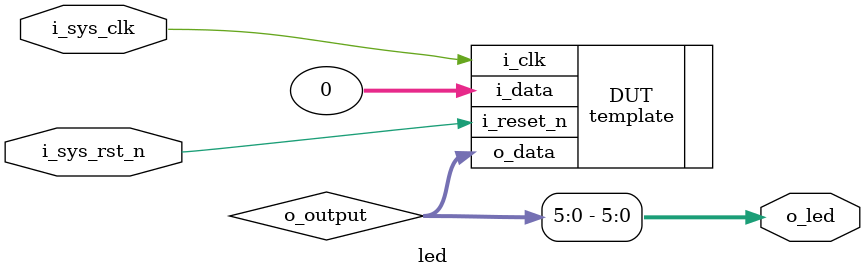
<source format=v>
module led (
    input   wire            i_sys_clk,          // clk input
    input   wire            i_sys_rst_n,        // reset input
    output  wire     [5:0]   o_led    // 6 LEDS pin
);

// module template(
//     input   wire    [0:0]   i_clk,
//     input   wire    [0:0]   i_reset_n,
//     input   wire    [7:0]   i_data,
//     output  reg     [7:0]   o_data
// );
wire [7:0] o_output;
template DUT(
    .i_clk(i_sys_clk),
    .i_reset_n(i_sys_rst_n),
    .i_data('h00),  // Example input data, modify as needed
    .o_data(o_output)   // Connect output to LED pins
);
assign o_led = o_output[5:0]; // Assign the first 6 bits to the LED output    

endmodule

</source>
